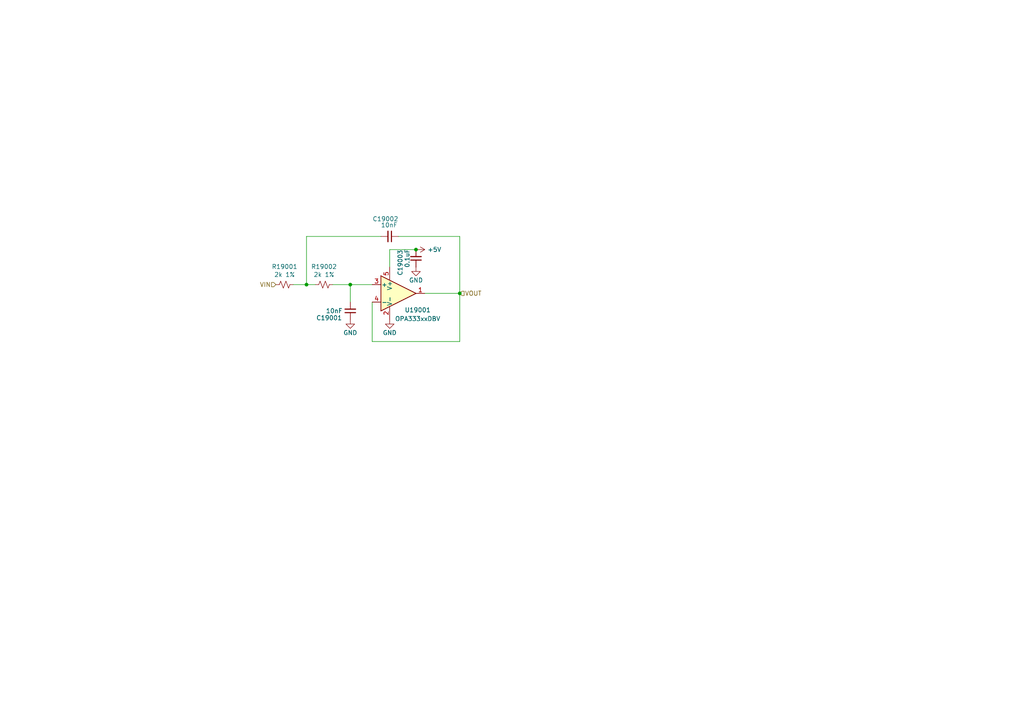
<source format=kicad_sch>
(kicad_sch (version 20231120) (generator "eeschema") (generator_version "8.0")
  (paper "A4")
  (lib_symbols
    (symbol "Amplifier_Operational:OPA333xxDBV" (pin_names (offset 0.127))
      (property "Reference" "U" (at -1.27 6.35 0))
      (property "Value" "OPA333xxDBV" (at -1.27 3.81 0))
      (symbol "OPA333xxDBV_0_1"
        (polyline (pts (xy -5.08 5.08) (xy 5.08 0) (xy -5.08 -5.08) (xy -5.08 5.08)) (stroke (width 0.254)) (fill (type background)))
        (pin power_in line (at -2.54 -7.62 90) (length 3.81) (name "V-") (number "2"))
        (pin power_in line (at -2.54 7.62 270) (length 3.81) (name "V+") (number "5"))
      )
      (symbol "OPA333xxDBV_1_1"
        (pin output line (at 7.62 0 180) (length 2.54) (name "~") (number "1"))
        (pin input line (at -7.62 2.54 0) (length 2.54) (name "+") (number "3"))
        (pin input line (at -7.62 -2.54 0) (length 2.54) (name "-") (number "4"))
      )
    )
    (symbol "Device:C_Small" (pin_numbers hide) (pin_names (offset 0.254) hide)
      (property "Reference" "C" (at 0.254 1.778 0))
      (property "Value" "C_Small" (at 0.254 -2.032 0))
      (symbol "C_Small_0_1"
        (polyline (pts (xy -1.524 -0.508) (xy 1.524 -0.508)) (stroke (width 0.3302)))
        (polyline (pts (xy -1.524 0.508) (xy 1.524 0.508)) (stroke (width 0.3048)))
      )
      (symbol "C_Small_1_1"
        (pin passive line (at 0 2.54 270) (length 2.032) (name "~") (number "1"))
        (pin passive line (at 0 -2.54 90) (length 2.032) (name "~") (number "2"))
      )
    )
    (symbol "Device:R_Small_US" (pin_numbers hide) (pin_names (offset 0.254) hide)
      (property "Reference" "R" (at 0.762 0.508 0))
      (property "Value" "R_Small_US" (at 0.762 -1.016 0))
      (symbol "R_Small_US_1_1"
        (polyline (pts (xy 0 0) (xy 1.016 -0.381) (xy 0 -0.762) (xy -1.016 -1.143) (xy 0 -1.524)))
        (polyline (pts (xy 0 1.524) (xy 1.016 1.143) (xy 0 0.762) (xy -1.016 0.381) (xy 0 0)))
        (pin passive line (at 0 2.54 270) (length 1.016) (name "~") (number "1"))
        (pin passive line (at 0 -2.54 90) (length 1.016) (name "~") (number "2"))
      )
    )
    (symbol "power:+5V" (power) (pin_numbers hide) (pin_names (offset 0) hide)
      (property "Value" "+5V" (at 0 3.556 0))
      (symbol "+5V_0_1"
        (polyline (pts (xy -0.762 1.27) (xy 0 2.54)))
        (polyline (pts (xy 0 0) (xy 0 2.54)))
        (polyline (pts (xy 0 2.54) (xy 0.762 1.27)))
      )
      (symbol "+5V_1_1"
        (pin power_in line (at 0 0 90) (length 0) (name "~") (number "1"))
      )
    )
    (symbol "power:GND" (power) (pin_names (offset 0))
      (property "Value" "GND" (at 0 -3.81 0))
      (symbol "GND_0_1"
        (polyline (pts (xy 0 0) (xy 0 -1.27) (xy 1.27 -1.27) (xy 0 -2.54) (xy -1.27 -1.27) (xy 0 -1.27)))
      )
      (symbol "GND_1_1"
        (pin power_in line (at 0 0 270) (length 0) hide (name "GND") (number "1"))
      )
    )
  )
  (junction (at 120.65 72.39))
  (junction (at 133.35 85.09))
  (junction (at 101.6 82.55))
  (junction (at 88.9 82.55))
  (wire (pts (xy 88.9 82.55) (xy 91.44 82.55)))
  (wire (pts (xy 123.19 85.09) (xy 133.35 85.09)))
  (wire (pts (xy 107.95 87.63) (xy 107.95 99.06)))
  (wire (pts (xy 85.09 82.55) (xy 88.9 82.55)))
  (wire (pts (xy 133.35 68.58) (xy 133.35 85.09)))
  (wire (pts (xy 115.57 68.58) (xy 133.35 68.58)))
  (wire (pts (xy 113.03 77.47) (xy 113.03 72.39)))
  (wire (pts (xy 96.52 82.55) (xy 101.6 82.55)))
  (wire (pts (xy 101.6 82.55) (xy 101.6 87.63)))
  (wire (pts (xy 107.95 99.06) (xy 133.35 99.06)))
  (wire (pts (xy 101.6 82.55) (xy 107.95 82.55)))
  (wire (pts (xy 88.9 68.58) (xy 88.9 82.55)))
  (wire (pts (xy 110.49 68.58) (xy 88.9 68.58)))
  (wire (pts (xy 133.35 99.06) (xy 133.35 85.09)))
  (wire (pts (xy 113.03 72.39) (xy 120.65 72.39)))
  (hierarchical_label "VIN" (shape input) (at 80.01 82.55 180))
  (hierarchical_label "VOUT" (shape input) (at 133.35 85.09 0))
  (symbol (lib_id "Device:C_Small") (at 120.65 74.93 180) (unit 1)
    (property "Reference" "C16003" (at 116.078 76.2 90))
    (property "Value" "0.1uF" (at 118.11 74.93 90))
    (property "Footprint" "Capacitor_SMD:C_0402_1005Metric" (effects (hide yes)))
    (instances (project "analog_frontend_panel" (path "" (reference "C19003") (unit 1)) (path "" (reference "C17003") (unit 1)) (path "" (reference "C16003") (unit 1)) (path "" (reference "C18003") (unit 1))))
  )
  (symbol (lib_id "Device:R_Small_US") (at 82.55 82.55 90) (unit 1)
    (property "Reference" "R16001" (at 82.55 77.343 90))
    (property "Value" "2k 1%" (at 82.55 79.6544 90))
    (property "Footprint" "Capacitor_SMD:C_0402_1005Metric" (effects (hide yes)))
    (property "LCSC" "C4109" (effects (hide yes)))
    (instances (project "analog_frontend_panel" (path "" (reference "R19001") (unit 1)) (path "" (reference "R17001") (unit 1)) (path "" (reference "R16001") (unit 1)) (path "" (reference "R18001") (unit 1))))
  )
  (symbol (lib_id "power:GND") (at 113.03 92.71 0) (unit 1)
    (property "Reference" "#PWR16002" (effects (hide yes)))
    (property "Value" "GND" (at 113.03 96.52 0))
    (instances (project "analog_frontend_panel" (path "" (reference "#PWR19002") (unit 1)) (path "" (reference "#PWR17002") (unit 1)) (path "" (reference "#PWR16002") (unit 1)) (path "" (reference "#PWR18002") (unit 1))))
  )
  (symbol (lib_id "Amplifier_Operational:OPA333xxDBV") (at 115.57 85.09 0) (unit 1)
    (property "Reference" "U16001" (at 121.158 89.916 0))
    (property "Value" "OPA333xxDBV" (at 121.158 92.456 0))
    (property "Footprint" "Package_TO_SOT_SMD:SOT-23-5" (effects (hide yes)))
    (property "Datasheet" "http://www.ti.com/lit/ds/symlink/opa333.pdf" (effects (hide yes)))
    (property "Description" "Single 1.8V, microPower, CMOS Operational Amplifiers, Zero-Drift Series, SOT-23-5" (effects (hide yes)))
    (instances (project "analog_frontend_panel" (path "" (reference "U19001") (unit 1)) (path "" (reference "U17001") (unit 1)) (path "" (reference "U16001") (unit 1)) (path "" (reference "U18001") (unit 1))))
  )
  (symbol (lib_id "power:GND") (at 120.65 77.47 0) (unit 1)
    (property "Reference" "#PWR16004" (effects (hide yes)))
    (property "Value" "GND" (at 120.65 81.28 0))
    (instances (project "analog_frontend_panel" (path "" (reference "#PWR19004") (unit 1)) (path "" (reference "#PWR17004") (unit 1)) (path "" (reference "#PWR16004") (unit 1)) (path "" (reference "#PWR18004") (unit 1))))
  )
  (symbol (lib_id "Device:C_Small") (at 113.03 68.58 270) (unit 1)
    (property "Reference" "C16002" (at 115.57 63.5 90) (effects (justify right)))
    (property "Value" "10nF" (at 115.316 65.278 90) (effects (justify right)))
    (property "Footprint" "Capacitor_SMD:C_0402_1005Metric" (effects (hide yes)))
    (property "LCSC" "C15195" (effects (hide yes)))
    (instances (project "analog_frontend_panel" (path "" (reference "C19002") (unit 1)) (path "" (reference "C17002") (unit 1)) (path "" (reference "C16002") (unit 1)) (path "" (reference "C18002") (unit 1))))
  )
  (symbol (lib_id "Device:C_Small") (at 101.6 90.17 180) (unit 1)
    (property "Reference" "C16001" (at 91.694 92.202 0) (effects (justify right)))
    (property "Value" "10nF" (at 94.488 90.17 0) (effects (justify right)))
    (property "Footprint" "Capacitor_SMD:C_0402_1005Metric" (effects (hide yes)))
    (property "LCSC" "C15195" (effects (hide yes)))
    (instances (project "analog_frontend_panel" (path "" (reference "C19001") (unit 1)) (path "" (reference "C17001") (unit 1)) (path "" (reference "C16001") (unit 1)) (path "" (reference "C18001") (unit 1))))
  )
  (symbol (lib_id "Device:R_Small_US") (at 93.98 82.55 90) (unit 1)
    (property "Reference" "R16002" (at 93.98 77.343 90))
    (property "Value" "2k 1%" (at 93.98 79.6544 90))
    (property "Footprint" "Capacitor_SMD:C_0402_1005Metric" (effects (hide yes)))
    (property "LCSC" "C4109" (effects (hide yes)))
    (instances (project "analog_frontend_panel" (path "" (reference "R19002") (unit 1)) (path "" (reference "R17002") (unit 1)) (path "" (reference "R16002") (unit 1)) (path "" (reference "R18002") (unit 1))))
  )
  (symbol (lib_id "power:+5V") (at 120.65 72.39 270) (unit 1)
    (property "Reference" "#PWR16003" (effects (hide yes)))
    (property "Value" "+5V" (at 123.952 72.3899 90) (effects (justify left)))
    (property "Description" "Power symbol creates a global label with name \"+5V\"" (effects (hide yes)))
    (instances (project "analog_frontend_panel" (path "" (reference "#PWR19003") (unit 1)) (path "" (reference "#PWR17003") (unit 1)) (path "" (reference "#PWR16003") (unit 1)) (path "" (reference "#PWR18003") (unit 1))))
  )
  (symbol (lib_id "power:GND") (at 101.6 92.71 0) (unit 1)
    (property "Reference" "#PWR16001" (effects (hide yes)))
    (property "Value" "GND" (at 101.6 96.52 0))
    (instances (project "analog_frontend_panel" (path "" (reference "#PWR19001") (unit 1)) (path "" (reference "#PWR17001") (unit 1)) (path "" (reference "#PWR16001") (unit 1)) (path "" (reference "#PWR18001") (unit 1))))
  )
)
</source>
